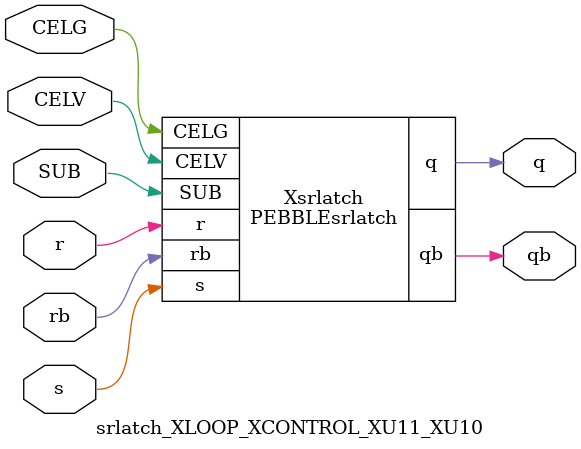
<source format=v>



module PEBBLEsrlatch ( q, qb, CELG, CELV, SUB, r, rb, s );

  input CELV;
  input s;
  output q;
  input rb;
  input r;
  input SUB;
  input CELG;
  output qb;
endmodule

//Celera Confidential Do Not Copy srlatch_XLOOP_XCONTROL_XU11_XU10
//Celera Confidential Symbol Generator
//SR Latch
module srlatch_XLOOP_XCONTROL_XU11_XU10 (CELV,CELG,s,r,rb,q,qb,SUB);
input CELV;
input CELG;
input s;
input r;
input rb;
input SUB;
output q;
output qb;

//Celera Confidential Do Not Copy srlatch
PEBBLEsrlatch Xsrlatch(
.CELV (CELV),
.r (r),
.s (s),
.q (q),
.qb (qb),
.rb (rb),
.SUB (SUB),
.CELG (CELG)
);
//,diesize,PEBBLEsrlatch

//Celera Confidential Do Not Copy Module End
//Celera Schematic Generator
endmodule

</source>
